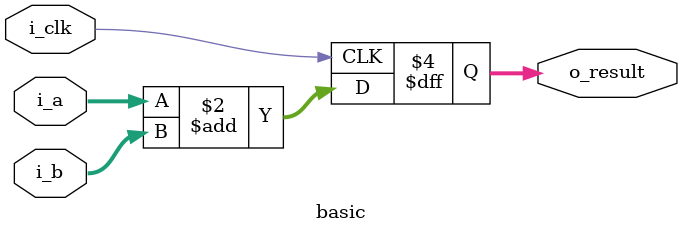
<source format=sv>
/*
 * Basic module which sets the o_result to the sum of i_a and i_b on the rising edge of the clock
 */
module basic(i_clk, i_a, i_b, o_result);

input i_clk;
input [2:0] i_a;
input [2:0] i_b;
output [2:0] o_result;

reg	[2:0] o_result;

initial o_result = 0;
always @(posedge i_clk) begin
	o_result <= i_a + i_b;
end

/*
 * Formal properties
 */
`ifdef FORMAL

initial	f_past_valid = 1'b0;
always @(posedge i_clk) begin
	f_past_valid <= 1'b1;
end

always @(posedge i_clk) begin
	if (f_past_valid) begin
		assert(o_result == $past(i_a) + $past(i_b));
	end
end

`endif

endmodule

</source>
